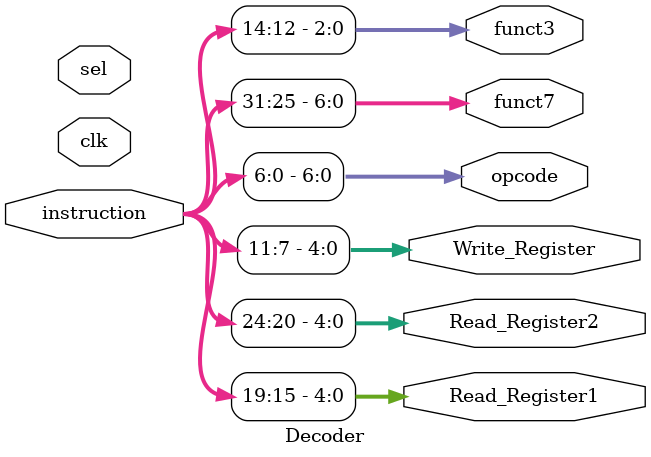
<source format=sv>
module Decoder(
input clk,
input sel,
input [31:0]instruction,
output  [4:0]Read_Register1,
output  [4:0]Read_Register2,
output  [4:0]Write_Register,
output  [6:0]opcode,
output  [6:0]funct7,
output  [2:0]funct3
);

        
		  assign    opcode=instruction[6:0];
		  assign    Write_Register=instruction[11:7]; //rd
		  assign    funct3=instruction[14:12];
		  assign    Read_Register1=instruction[19:15];//r1
        assign    Read_Register2=instruction[24:20];//r2
        assign    funct7=instruction[31:25];
        
       
endmodule
</source>
